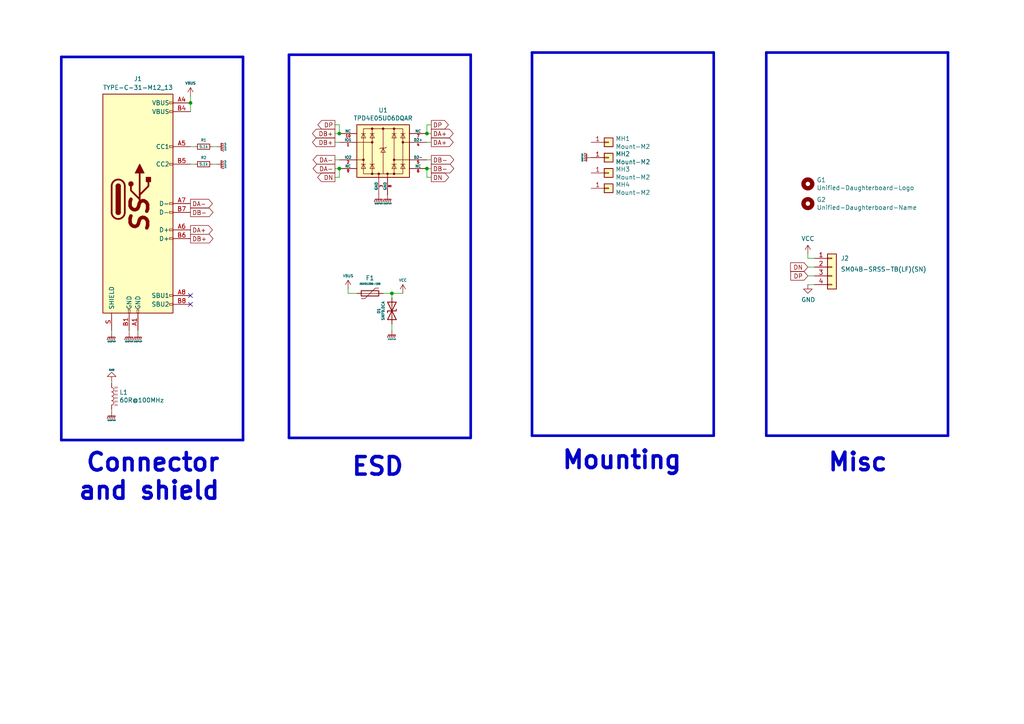
<source format=kicad_sch>
(kicad_sch (version 20230121) (generator eeschema)
  (paper "A4")
  (title_block (title "Unified Daughterboard") (date "2020-03-22") (rev "C3") (company "Designed by the keyboard community"))
  (lib_symbols
    (symbol "Connector_Generic:Conn_01x01" (pin_names (offset 1.016) hide)
      (property "Reference" "J" (at 0 2.54 0))
      (property "Value" "Conn_01x01" (at 0 -2.54 0))
      (symbol "Conn_01x01_1_1"
        (rectangle (start -1.27 0.127) (end 0 -0.127) (stroke (width 0.1524)))
        (rectangle (start -1.27 1.27) (end 1.27 -1.27) (stroke (width 0.254)) (fill (type background)))
        (pin passive line (at -5.08 0 0) (length 3.81) (name "Pin_1") (number "1"))
      )
    )
    (symbol "Connector_Generic:Conn_01x04" (pin_names (offset 1.016) hide)
      (property "Reference" "J" (at 0 5.08 0))
      (property "Value" "Conn_01x04" (at 0 -7.62 0))
      (symbol "Conn_01x04_1_1"
        (rectangle (start -1.27 -4.953) (end 0 -5.207) (stroke (width 0.1524)))
        (rectangle (start -1.27 -2.413) (end 0 -2.667) (stroke (width 0.1524)))
        (rectangle (start -1.27 0.127) (end 0 -0.127) (stroke (width 0.1524)))
        (rectangle (start -1.27 2.667) (end 0 2.413) (stroke (width 0.1524)))
        (rectangle (start -1.27 3.81) (end 1.27 -6.35) (stroke (width 0.254)) (fill (type background)))
        (pin passive line (at -5.08 2.54 0) (length 3.81) (name "Pin_1") (number "1"))
        (pin passive line (at -5.08 0 0) (length 3.81) (name "Pin_2") (number "2"))
        (pin passive line (at -5.08 -2.54 0) (length 3.81) (name "Pin_3") (number "3"))
        (pin passive line (at -5.08 -5.08 0) (length 3.81) (name "Pin_4") (number "4"))
      )
    )
    (symbol "Device:D_TVS" (pin_numbers hide) (pin_names (offset 1.016) hide)
      (property "Reference" "D" (at 0 2.54 0))
      (property "Value" "D_TVS" (at 0 -2.54 0))
      (symbol "D_TVS_0_1"
        (polyline (pts (xy 1.27 0) (xy -1.27 0)))
        (polyline (pts (xy 0.508 1.27) (xy 0 1.27) (xy 0 -1.27) (xy -0.508 -1.27)) (stroke (width 0.254)))
        (polyline (pts (xy -2.54 1.27) (xy -2.54 -1.27) (xy 2.54 1.27) (xy 2.54 -1.27) (xy -2.54 1.27)) (stroke (width 0.254)))
      )
      (symbol "D_TVS_1_1"
        (pin passive line (at -3.81 0 0) (length 2.54) (name "A1") (number "1"))
        (pin passive line (at 3.81 0 180) (length 2.54) (name "A2") (number "2"))
      )
    )
    (symbol "Device:Polyfuse" (pin_numbers hide) (pin_names (offset 0))
      (property "Reference" "F" (at -2.54 0 90))
      (property "Value" "Polyfuse" (at 2.54 0 90))
      (symbol "Polyfuse_0_1"
        (rectangle (start -0.762 2.54) (end 0.762 -2.54) (stroke (width 0.254)))
        (polyline (pts (xy 0 2.54) (xy 0 -2.54)))
        (polyline (pts (xy -1.524 2.54) (xy -1.524 1.524) (xy 1.524 -1.524) (xy 1.524 -2.54)))
      )
      (symbol "Polyfuse_1_1"
        (pin passive line (at 0 3.81 270) (length 1.27) (name "~") (number "1"))
        (pin passive line (at 0 -3.81 90) (length 1.27) (name "~") (number "2"))
      )
    )
    (symbol "Device:R_Small" (pin_numbers hide) (pin_names (offset 0.254) hide)
      (property "Reference" "R" (at 0.762 0.508 0))
      (property "Value" "R_Small" (at 0.762 -1.016 0))
      (symbol "R_Small_0_1"
        (rectangle (start -0.762 1.778) (end 0.762 -1.778) (stroke (width 0.2032)))
      )
      (symbol "R_Small_1_1"
        (pin passive line (at 0 2.54 270) (length 0.762) (name "~") (number "1"))
        (pin passive line (at 0 -2.54 90) (length 0.762) (name "~") (number "2"))
      )
    )
    (symbol "Mechanical:MountingHole" (pin_names (offset 1.016))
      (property "Reference" "H" (at 0 5.08 0))
      (property "Value" "MountingHole" (at 0 3.175 0))
      (symbol "MountingHole_0_1"
        (circle (center 0 0) (radius 1.27) (stroke (width 1.27)))
      )
    )
    (symbol "Unified-Daughterboard-rescue:L_Core_Ferrite-Device" (pin_numbers hide) (pin_names (offset 1.016) hide)
      (property "Reference" "L" (at -1.27 0 90))
      (property "Value" "Device_L_Core_Ferrite" (at 2.794 0 90))
      (symbol "L_Core_Ferrite-Device_0_1"
        (arc (start 0 -2.54) (mid 0.6323 -1.905) (end 0 -1.27))
        (arc (start 0 -1.27) (mid 0.6323 -0.635) (end 0 0))
        (polyline (pts (xy 1.016 -2.794) (xy 1.016 -2.286)))
        (polyline (pts (xy 1.016 -1.778) (xy 1.016 -1.27)))
        (polyline (pts (xy 1.016 -0.762) (xy 1.016 -0.254)))
        (polyline (pts (xy 1.016 0.254) (xy 1.016 0.762)))
        (polyline (pts (xy 1.016 1.27) (xy 1.016 1.778)))
        (polyline (pts (xy 1.016 2.286) (xy 1.016 2.794)))
        (polyline (pts (xy 1.524 -2.286) (xy 1.524 -2.794)))
        (polyline (pts (xy 1.524 -1.27) (xy 1.524 -1.778)))
        (polyline (pts (xy 1.524 -0.254) (xy 1.524 -0.762)))
        (polyline (pts (xy 1.524 0.762) (xy 1.524 0.254)))
        (polyline (pts (xy 1.524 1.778) (xy 1.524 1.27)))
        (polyline (pts (xy 1.524 2.794) (xy 1.524 2.286)))
        (arc (start 0 0) (mid 0.6323 0.635) (end 0 1.27))
        (arc (start 0 1.27) (mid 0.6323 1.905) (end 0 2.54))
      )
      (symbol "L_Core_Ferrite-Device_1_1"
        (pin passive line (at 0 3.81 270) (length 1.27) (name "1") (number "1"))
        (pin passive line (at 0 -3.81 90) (length 1.27) (name "2") (number "2"))
      )
    )
    (symbol "Unified-Daughterboard-rescue:TPD4E05U06DQAR-acheronSymbols" (pin_names (offset 0))
      (property "Reference" "U" (at 0 12.7 0))
      (property "Value" "acheronSymbols_TPD4E05U06DQAR" (at 0 10.16 0))
      (symbol "TPD4E05U06DQAR-acheronSymbols_0_0"
        (rectangle (start -5.715 6.477) (end 5.715 -6.604))
        (polyline (pts (xy -3.175 -6.604) (xy -3.175 6.477)))
        (polyline (pts (xy 0 6.477) (xy 0 -6.604)))
        (polyline (pts (xy 3.175 6.477) (xy 3.175 -6.604)))
      )
      (symbol "TPD4E05U06DQAR-acheronSymbols_0_1"
        (rectangle (start -7.62 7.62) (end 7.62 -7.62) (stroke (width 0.254)) (fill (type background)))
        (circle (center -5.715 -2.54) (radius 0.2794) (fill (type outline)))
        (circle (center -3.175 -6.604) (radius 0.2794) (fill (type outline)))
        (circle (center -3.175 2.54) (radius 0.2794) (fill (type outline)))
        (circle (center -3.175 6.477) (radius 0.2794) (fill (type outline)))
        (circle (center -1.27 -6.604) (radius 0.2794) (fill (type outline)))
        (polyline (pts (xy -7.747 2.54) (xy -3.175 2.54)))
        (polyline (pts (xy -7.62 -2.54) (xy -5.715 -2.54)))
        (polyline (pts (xy -5.08 -3.81) (xy -6.35 -3.81)))
        (polyline (pts (xy -5.08 5.08) (xy -6.35 5.08)))
        (polyline (pts (xy -2.54 -3.81) (xy -3.81 -3.81)))
        (polyline (pts (xy -2.54 5.08) (xy -3.81 5.08)))
        (polyline (pts (xy -1.27 -6.604) (xy -1.27 -7.62)))
        (polyline (pts (xy -0.635 0.889) (xy -1.016 0.635)))
        (polyline (pts (xy 0.635 0.889) (xy -0.635 0.889)))
        (polyline (pts (xy 0.635 0.889) (xy 1.016 1.143)))
        (polyline (pts (xy 3.81 -3.81) (xy 2.54 -3.81)))
        (polyline (pts (xy 3.81 5.08) (xy 2.54 5.08)))
        (polyline (pts (xy 6.35 -3.81) (xy 5.08 -3.81)))
        (polyline (pts (xy 6.35 5.08) (xy 5.08 5.08)))
        (polyline (pts (xy 7.62 -2.54) (xy 3.175 -2.54)))
        (polyline (pts (xy 7.62 2.54) (xy 5.715 2.54)))
        (polyline (pts (xy -5.08 -5.08) (xy -6.35 -5.08) (xy -5.715 -3.81) (xy -5.08 -5.08)))
        (polyline (pts (xy -5.08 3.81) (xy -6.35 3.81) (xy -5.715 5.08) (xy -5.08 3.81)))
        (polyline (pts (xy -2.54 -5.08) (xy -3.81 -5.08) (xy -3.175 -3.81) (xy -2.54 -5.08)))
        (polyline (pts (xy -2.54 3.81) (xy -3.81 3.81) (xy -3.175 5.08) (xy -2.54 3.81)))
        (polyline (pts (xy 0.635 -0.381) (xy -0.635 -0.381) (xy 0 0.889) (xy 0.635 -0.381)))
        (polyline (pts (xy 3.81 -5.08) (xy 2.54 -5.08) (xy 3.175 -3.81) (xy 3.81 -5.08)))
        (polyline (pts (xy 3.81 3.81) (xy 2.54 3.81) (xy 3.175 5.08) (xy 3.81 3.81)))
        (polyline (pts (xy 6.35 -5.08) (xy 5.08 -5.08) (xy 5.715 -3.81) (xy 6.35 -5.08)))
        (polyline (pts (xy 6.35 3.81) (xy 5.08 3.81) (xy 5.715 5.08) (xy 6.35 3.81)))
        (circle (center 0 6.477) (radius 0.2794) (fill (type outline)))
        (circle (center 3.175 -6.604) (radius 0.2794) (fill (type outline)))
        (circle (center 3.175 -2.54) (radius 0.2794) (fill (type outline)))
        (circle (center 3.175 6.477) (radius 0.2794) (fill (type outline)))
        (circle (center 5.715 2.54) (radius 0.2794) (fill (type outline)))
      )
      (symbol "TPD4E05U06DQAR-acheronSymbols_1_1"
        (polyline (pts (xy 1.27 -6.604) (xy 1.27 -7.62)))
        (circle (center 1.27 -6.604) (radius 0.2794) (fill (type outline)))
        (pin bidirectional line (at -12.7 2.54 0) (length 5.08) (name "IO1") (number "1"))
        (pin bidirectional line (at -12.7 5.08 0) (length 5.08) (name "NC") (number "10"))
        (pin bidirectional line (at -12.7 -2.54 0) (length 5.08) (name "IO2") (number "2"))
        (pin power_in line (at -1.27 -12.7 90) (length 5.08) (name "GND") (number "3"))
        (pin bidirectional line (at 12.7 2.54 180) (length 5.08) (name "D2+") (number "4"))
        (pin bidirectional line (at 12.7 -2.54 180) (length 5.08) (name "D2-") (number "5"))
        (pin bidirectional line (at 12.7 -5.08 180) (length 5.08) (name "NC") (number "6"))
        (pin bidirectional line (at 12.7 5.08 180) (length 5.08) (name "NC") (number "7"))
        (pin power_in line (at 1.27 -12.7 90) (length 5.08) (name "GND") (number "8"))
        (pin bidirectional line (at -12.7 -5.08 0) (length 5.08) (name "NC") (number "9"))
      )
    )
    (symbol "Unified-Daughterboard-rescue:TYPE-C-31-M12_13-acheronSymbols" (pin_names (offset 1.016))
      (property "Reference" "J" (at -1.27 35.56 0))
      (property "Value" "acheronSymbols_TYPE-C-31-M12_13" (at 10.16 33.02 0))
      (symbol "TYPE-C-31-M12_13-acheronSymbols_0_0"
        (rectangle (start -0.254 -31.75) (end 0.254 -30.734))
        (rectangle (start 10.16 -28.956) (end 9.144 -29.464))
        (rectangle (start 10.16 -26.416) (end 9.144 -26.924))
        (rectangle (start 10.16 -9.906) (end 9.144 -10.414))
        (rectangle (start 10.16 -7.366) (end 9.144 -7.874))
        (rectangle (start 10.16 -2.286) (end 9.144 -2.794))
        (rectangle (start 10.16 0.254) (end 9.144 -0.254))
        (rectangle (start 10.16 11.684) (end 9.144 11.176))
        (rectangle (start 10.16 16.764) (end 9.144 16.256))
        (rectangle (start 10.16 29.464) (end 9.144 28.956))
        (text "SS" (at 0.508 -3.175 900) (effects (font (size 5.08 5.08) bold italic)))
      )
      (symbol "TYPE-C-31-M12_13-acheronSymbols_0_1"
        (rectangle (start -10.16 31.75) (end 10.16 -31.75) (stroke (width 0.254)) (fill (type background)))
        (arc (start -7.62 -2.54) (mid -5.715 -4.4367) (end -3.81 -2.54) (stroke (width 0.508)))
        (arc (start -6.35 -2.54) (mid -5.715 -3.1723) (end -5.08 -2.54) (stroke (width 0.254)))
        (arc (start -6.35 -2.54) (mid -5.715 -3.1723) (end -5.08 -2.54) (stroke (width 0.254)) (fill (type outline)))
        (rectangle (start -6.35 -2.54) (end -5.08 5.08) (stroke (width 0.254)) (fill (type outline)))
        (arc (start -5.08 5.08) (mid -5.715 5.7123) (end -6.35 5.08) (stroke (width 0.254)))
        (arc (start -5.08 5.08) (mid -5.715 5.7123) (end -6.35 5.08) (stroke (width 0.254)) (fill (type outline)))
        (arc (start -3.81 5.08) (mid -5.715 6.9767) (end -7.62 5.08) (stroke (width 0.508)))
        (circle (center -2.032 5.715) (radius 0.635) (stroke (width 0.254)) (fill (type outline)))
        (polyline (pts (xy -7.62 -2.54) (xy -7.62 5.08)) (stroke (width 0.508)))
        (polyline (pts (xy -3.81 5.08) (xy -3.81 -2.54)) (stroke (width 0.508)))
        (polyline (pts (xy 0.508 0) (xy 0.508 8.89)) (stroke (width 0.508)))
        (polyline (pts (xy 0.508 1.27) (xy -2.032 3.81) (xy -2.032 5.08)) (stroke (width 0.508)))
        (polyline (pts (xy 0.508 2.54) (xy 3.048 5.08) (xy 3.048 6.35)) (stroke (width 0.508)))
        (polyline (pts (xy -0.762 8.89) (xy 0.508 11.43) (xy 1.778 8.89) (xy -0.762 8.89)) (stroke (width 0.254)) (fill (type outline)))
        (rectangle (start 2.413 6.35) (end 3.683 7.62) (stroke (width 0.254)) (fill (type outline)))
      )
      (symbol "TYPE-C-31-M12_13-acheronSymbols_1_1"
        (rectangle (start -2.794 -31.75) (end -2.286 -30.734))
        (rectangle (start 10.16 26.924) (end 9.144 26.416))
        (pin power_out line (at 0 -36.83 90) (length 5.08) (name "GND") (number "A1"))
        (pin power_out line (at 15.24 29.21 180) (length 5.08) (name "VBUS") (number "A4"))
        (pin bidirectional line (at 15.24 16.51 180) (length 5.08) (name "CC1") (number "A5"))
        (pin bidirectional line (at 15.24 -7.62 180) (length 5.08) (name "D+") (number "A6"))
        (pin bidirectional line (at 15.24 0 180) (length 5.08) (name "D-") (number "A7"))
        (pin bidirectional line (at 15.24 -26.67 180) (length 5.08) (name "SBU1") (number "A8"))
        (pin power_out line (at -2.54 -36.83 90) (length 5.08) (name "GND") (number "B1"))
        (pin power_out line (at 15.24 26.67 180) (length 5.08) (name "VBUS") (number "B4"))
        (pin bidirectional line (at 15.24 11.43 180) (length 5.08) (name "CC2") (number "B5"))
        (pin bidirectional line (at 15.24 -10.16 180) (length 5.08) (name "D+") (number "B6"))
        (pin bidirectional line (at 15.24 -2.54 180) (length 5.08) (name "D-") (number "B7"))
        (pin bidirectional line (at 15.24 -29.21 180) (length 5.08) (name "SBU2") (number "B8"))
        (pin passive line (at -7.62 -36.83 90) (length 5.08) (name "SHIELD") (number "S"))
      )
    )
    (symbol "power:GND" (power) (pin_names (offset 0))
      (property "Value" "GND" (at 0 -3.81 0))
      (symbol "GND_0_1"
        (polyline (pts (xy 0 0) (xy 0 -1.27) (xy 1.27 -1.27) (xy 0 -2.54) (xy -1.27 -1.27) (xy 0 -1.27)))
      )
      (symbol "GND_1_1"
        (pin power_in line (at 0 0 270) (length 0) hide (name "GND") (number "1"))
      )
    )
    (symbol "power:GNDPWR" (power) (pin_names (offset 0))
      (property "Value" "GNDPWR" (at 0 -3.302 0))
      (symbol "GNDPWR_0_1"
        (polyline (pts (xy 0 -1.27) (xy 0 0)))
        (polyline (pts (xy -1.016 -1.27) (xy -1.27 -2.032) (xy -1.27 -2.032)) (stroke (width 0.2032)))
        (polyline (pts (xy -0.508 -1.27) (xy -0.762 -2.032) (xy -0.762 -2.032)) (stroke (width 0.2032)))
        (polyline (pts (xy 0 -1.27) (xy -0.254 -2.032) (xy -0.254 -2.032)) (stroke (width 0.2032)))
        (polyline (pts (xy 0.508 -1.27) (xy 0.254 -2.032) (xy 0.254 -2.032)) (stroke (width 0.2032)))
        (polyline (pts (xy 1.016 -1.27) (xy -1.016 -1.27) (xy -1.016 -1.27)) (stroke (width 0.2032)))
        (polyline (pts (xy 1.016 -1.27) (xy 0.762 -2.032) (xy 0.762 -2.032) (xy 0.762 -2.032)) (stroke (width 0.2032)))
      )
      (symbol "GNDPWR_1_1"
        (pin power_in line (at 0 0 270) (length 0) hide (name "GNDPWR") (number "1"))
      )
    )
    (symbol "power:VBUS" (power) (pin_names (offset 0))
      (property "Value" "VBUS" (at 0 3.81 0))
      (symbol "VBUS_0_1"
        (polyline (pts (xy -0.762 1.27) (xy 0 2.54)))
        (polyline (pts (xy 0 0) (xy 0 2.54)))
        (polyline (pts (xy 0 2.54) (xy 0.762 1.27)))
      )
      (symbol "VBUS_1_1"
        (pin power_in line (at 0 0 90) (length 0) hide (name "VBUS") (number "1"))
      )
    )
    (symbol "power:VCC" (power) (pin_names (offset 0))
      (property "Value" "VCC" (at 0 3.81 0))
      (symbol "VCC_0_1"
        (polyline (pts (xy -0.762 1.27) (xy 0 2.54)))
        (polyline (pts (xy 0 0) (xy 0 2.54)))
        (polyline (pts (xy 0 2.54) (xy 0.762 1.27)))
      )
      (symbol "VCC_1_1"
        (pin power_in line (at 0 0 90) (length 0) hide (name "VCC") (number "1"))
      )
    )
  )
  (junction (at 55.245 29.845))
  (junction (at 123.825 48.895))
  (junction (at 98.425 38.735))
  (junction (at 123.825 38.735))
  (junction (at 113.665 85.09))
  (junction (at 98.425 48.895))
  (no_connect (at 55.245 85.725))
  (no_connect (at 55.245 88.265))
  (wire (pts (xy 113.665 93.98) (xy 113.665 95.885)))
  (wire (pts (xy 111.125 85.09) (xy 113.665 85.09)))
  (wire (pts (xy 37.465 95.885) (xy 37.465 96.52)))
  (polyline (pts (xy 207.01 15.24) (xy 207.01 126.365)) (stroke (width 0.762)))
  (polyline (pts (xy 222.25 15.24) (xy 222.25 126.365)) (stroke (width 0.762)))
  (polyline (pts (xy 154.305 15.24) (xy 154.305 126.365)) (stroke (width 0.762)))
  (polyline (pts (xy 274.955 15.24) (xy 274.955 126.365)) (stroke (width 0.762)))
  (wire (pts (xy 123.825 51.435) (xy 125.095 51.435)))
  (polyline (pts (xy 222.25 15.24) (xy 274.955 15.24)) (stroke (width 0.762)))
  (wire (pts (xy 234.315 74.93) (xy 236.22 74.93)))
  (wire (pts (xy 123.825 41.275) (xy 125.095 41.275)))
  (wire (pts (xy 55.245 42.545) (xy 56.515 42.545)))
  (wire (pts (xy 123.825 38.735) (xy 125.095 38.735)))
  (polyline (pts (xy 83.82 15.875) (xy 136.525 15.875)) (stroke (width 0.762)))
  (wire (pts (xy 123.825 36.195) (xy 123.825 38.735)))
  (wire (pts (xy 234.315 73.66) (xy 234.315 74.93)))
  (wire (pts (xy 97.155 51.435) (xy 98.425 51.435)))
  (wire (pts (xy 234.315 80.01) (xy 236.22 80.01)))
  (polyline (pts (xy 17.78 16.51) (xy 17.78 127.635)) (stroke (width 0.762)))
  (wire (pts (xy 113.665 85.09) (xy 113.665 86.36)))
  (wire (pts (xy 100.965 85.09) (xy 103.505 85.09)))
  (wire (pts (xy 236.22 77.47) (xy 234.315 77.47)))
  (wire (pts (xy 97.155 38.735) (xy 98.425 38.735)))
  (polyline (pts (xy 70.485 16.51) (xy 70.485 127.635)) (stroke (width 0.762)))
  (wire (pts (xy 97.155 46.355) (xy 98.425 46.355)))
  (polyline (pts (xy 136.525 15.875) (xy 136.525 127)) (stroke (width 0.762)))
  (wire (pts (xy 32.385 118.745) (xy 32.385 119.38)))
  (wire (pts (xy 98.425 36.195) (xy 98.425 38.735)))
  (wire (pts (xy 123.825 48.895) (xy 125.095 48.895)))
  (wire (pts (xy 55.245 29.845) (xy 55.245 32.385)))
  (wire (pts (xy 61.595 47.625) (xy 62.865 47.625)))
  (wire (pts (xy 123.825 46.355) (xy 125.095 46.355)))
  (wire (pts (xy 61.595 42.545) (xy 62.865 42.545)))
  (wire (pts (xy 98.425 51.435) (xy 98.425 48.895)))
  (polyline (pts (xy 70.485 127.635) (xy 17.78 127.635)) (stroke (width 0.762)))
  (polyline (pts (xy 136.525 127) (xy 83.82 127)) (stroke (width 0.762)))
  (wire (pts (xy 55.245 27.94) (xy 55.245 29.845)))
  (polyline (pts (xy 207.01 126.365) (xy 154.305 126.365)) (stroke (width 0.762)))
  (wire (pts (xy 234.315 82.55) (xy 236.22 82.55)))
  (wire (pts (xy 32.385 110.49) (xy 32.385 111.125)))
  (wire (pts (xy 40.005 95.885) (xy 40.005 96.52)))
  (wire (pts (xy 113.665 85.09) (xy 116.84 85.09)))
  (wire (pts (xy 125.095 36.195) (xy 123.825 36.195)))
  (wire (pts (xy 100.965 83.82) (xy 100.965 85.09)))
  (polyline (pts (xy 274.955 126.365) (xy 222.25 126.365)) (stroke (width 0.762)))
  (wire (pts (xy 32.385 95.885) (xy 32.385 96.52)))
  (wire (pts (xy 97.155 36.195) (xy 98.425 36.195)))
  (polyline (pts (xy 83.82 15.875) (xy 83.82 127)) (stroke (width 0.762)))
  (polyline (pts (xy 17.78 16.51) (xy 70.485 16.51)) (stroke (width 0.762)))
  (polyline (pts (xy 154.305 15.24) (xy 207.01 15.24)) (stroke (width 0.762)))
  (wire (pts (xy 123.825 48.895) (xy 123.825 51.435)))
  (wire (pts (xy 55.245 47.625) (xy 56.515 47.625)))
  (wire (pts (xy 97.155 41.275) (xy 98.425 41.275)))
  (wire (pts (xy 97.155 48.895) (xy 98.425 48.895)))
  (text "Misc" (at 257.81 137.16 0) (effects (font (size 5.08 5.08) (thickness 1.016) bold) (justify right bottom)))
  (text "Mounting" (at 198.12 136.525 0) (effects (font (size 5.08 5.08) (thickness 1.016) bold) (justify right bottom)))
  (text "Connector\nand shield" (at 64.135 145.415 0) (effects (font (size 5.08 5.08) (thickness 1.016) bold) (justify right bottom)))
  (text "ESD" (at 117.475 138.43 0) (effects (font (size 5.08 5.08) (thickness 1.016) bold) (justify right bottom)))
  (global_label "DA+" (shape output) (at 125.095 41.275 0) (property "Intersheetrefs" "${INTERSHEET_REFS}" (effects hide)))
  (global_label "DA-" (shape output) (at 97.155 48.895 180) (property "Intersheetrefs" "${INTERSHEET_REFS}" (effects hide)))
  (global_label "DA+" (shape output) (at 55.245 66.675 0) (property "Intersheetrefs" "${INTERSHEET_REFS}" (effects hide)))
  (global_label "DB-" (shape output) (at 125.095 46.355 0) (property "Intersheetrefs" "${INTERSHEET_REFS}" (effects hide)))
  (global_label "DB+" (shape output) (at 55.245 69.215 0) (property "Intersheetrefs" "${INTERSHEET_REFS}" (effects hide)))
  (global_label "DP" (shape output) (at 97.155 36.195 180) (property "Intersheetrefs" "${INTERSHEET_REFS}" (effects hide)))
  (global_label "DP" (shape output) (at 125.095 36.195 0) (property "Intersheetrefs" "${INTERSHEET_REFS}" (effects hide)))
  (global_label "DB-" (shape output) (at 125.095 48.895 0) (property "Intersheetrefs" "${INTERSHEET_REFS}" (effects hide)))
  (global_label "DA+" (shape output) (at 125.095 38.735 0) (property "Intersheetrefs" "${INTERSHEET_REFS}" (effects hide)))
  (global_label "DN" (shape output) (at 125.095 51.435 0) (property "Intersheetrefs" "${INTERSHEET_REFS}" (effects hide)))
  (global_label "DB+" (shape output) (at 97.155 38.735 180) (property "Intersheetrefs" "${INTERSHEET_REFS}" (effects hide)))
  (global_label "DA-" (shape output) (at 55.245 59.055 0) (property "Intersheetrefs" "${INTERSHEET_REFS}" (effects hide)))
  (global_label "DP" (shape input) (at 234.315 80.01 180) (property "Intersheetrefs" "${INTERSHEET_REFS}" (effects hide)))
  (global_label "DN" (shape input) (at 234.315 77.47 180) (property "Intersheetrefs" "${INTERSHEET_REFS}" (effects hide)))
  (global_label "DN" (shape output) (at 97.155 51.435 180) (property "Intersheetrefs" "${INTERSHEET_REFS}" (effects hide)))
  (global_label "DB+" (shape output) (at 97.155 41.275 180) (property "Intersheetrefs" "${INTERSHEET_REFS}" (effects hide)))
  (global_label "DB-" (shape output) (at 55.245 61.595 0) (property "Intersheetrefs" "${INTERSHEET_REFS}" (effects hide)))
  (global_label "DA-" (shape output) (at 97.155 46.355 180) (property "Intersheetrefs" "${INTERSHEET_REFS}" (effects hide)))
  (symbol (lib_id "Connector_Generic:Conn_01x04") (at 241.3 77.47 0) (unit 1)
    (property "Reference" "J2" (at 243.84 74.93 0) (effects (justify left)))
    (property "Value" "SM04B-SRSS-TB(LF)(SN)" (at 243.84 78.105 0) (effects (justify left)))
    (property "Footprint" "random-keyboard-parts:JST-SR-4" (effects hide))
    (property "Manufacturer" "JST Sales America" (effects hide))
    (property "Manufacturer Part No" "SM04B-SRSS-TB(LF)(SN)" (effects hide))
    (property "LCSC Part No" "C160404" (effects hide))
  )
  (symbol (lib_id "Device:R_Small") (at 59.055 42.545 90) (unit 1)
    (property "Reference" "R1" (at 59.055 40.64 90) (effects (font (size 0.762 0.762))))
    (property "Value" "5.1k" (at 59.055 42.545 90) (effects (font (size 0.762 0.762))))
    (property "Footprint" "Resistors_SMD:R_0603" (effects hide))
    (property "Package" "R0603" (effects hide))
  )
  (symbol (lib_id "Device:R_Small") (at 59.055 47.625 90) (unit 1)
    (property "Reference" "R2" (at 59.055 45.72 90) (effects (font (size 0.762 0.762))))
    (property "Value" "5.1k" (at 59.055 47.625 90) (effects (font (size 0.762 0.762))))
    (property "Footprint" "Resistors_SMD:R_0603" (effects hide))
    (property "Package" "R0603" (effects hide))
  )
  (symbol (lib_id "power:GND") (at 234.315 82.55 0) (unit 1)
    (property "Reference" "#PWR0104" (effects hide))
    (property "Value" "GND" (at 234.442 86.9442 0))
  )
  (symbol (lib_id "Connector_Generic:Conn_01x01") (at 176.53 41.275 0) (unit 1)
    (property "Reference" "MH1" (at 178.5366 40.2082 0) (effects (justify left)))
    (property "Value" "Mount-M2" (at 178.5366 42.5196 0) (effects (justify left)))
    (property "Footprint" "random-keyboard-parts:Generic-Mounthole" (effects hide))
  )
  (symbol (lib_id "Connector_Generic:Conn_01x01") (at 176.53 45.72 0) (unit 1)
    (property "Reference" "MH2" (at 178.5366 44.6532 0) (effects (justify left)))
    (property "Value" "Mount-M2" (at 178.5366 46.9646 0) (effects (justify left)))
    (property "Footprint" "random-keyboard-parts:Generic-Mounthole" (effects hide))
  )
  (symbol (lib_id "Connector_Generic:Conn_01x01") (at 176.53 50.165 0) (unit 1)
    (property "Reference" "MH3" (at 178.5366 49.0982 0) (effects (justify left)))
    (property "Value" "Mount-M2" (at 178.5366 51.4096 0) (effects (justify left)))
    (property "Footprint" "random-keyboard-parts:Generic-Mounthole" (effects hide))
  )
  (symbol (lib_id "Connector_Generic:Conn_01x01") (at 176.53 54.61 0) (unit 1)
    (property "Reference" "MH4" (at 178.5366 53.5432 0) (effects (justify left)))
    (property "Value" "Mount-M2" (at 178.5366 55.8546 0) (effects (justify left)))
    (property "Footprint" "random-keyboard-parts:Generic-Mounthole" (effects hide))
  )
  (symbol (lib_id "Device:D_TVS") (at 113.665 90.17 270) (mirror x) (unit 1)
    (property "Reference" "D1" (at 109.855 90.17 0) (effects (font (size 0.762 0.762))))
    (property "Value" "SMF9.0CA" (at 111.125 90.17 0) (effects (font (size 0.762 0.762))))
    (property "Footprint" "acheron_Components:D_SOD-123_Bidirectional" (effects hide))
    (property "Package" "SOD-123F-B" (effects hide))
    (property "Manufacturer" "Microdiode Electronics" (effects hide))
    (property "Manufacturer Part No" "SMF9.0CA" (effects hide))
    (property "LCSC Part No" "C123799" (effects hide))
  )
  (symbol (lib_id "Unified-Daughterboard-rescue:TYPE-C-31-M12_13-acheronSymbols") (at 40.005 59.055 0) (unit 1)
    (property "Reference" "J1" (at 40.005 22.86 0))
    (property "Value" "TYPE-C-31-M12_13" (at 40.005 25.4 0))
    (property "Footprint" "acheron_Connectors:TYPE-C-31-M-12" (effects hide))
    (property "Manufacturer" "Korean Hroparts" (effects hide))
    (property "Manufacturer Part No" "TYPE-C-31-M-12" (effects hide))
    (property "LCSC Part No" "C165948" (effects hide))
  )
  (symbol (lib_id "power:GNDPWR") (at 32.385 96.52 0) (unit 1)
    (property "Reference" "#PWR0106" (effects hide))
    (property "Value" "GNDPWR" (at 32.385 99.06 0) (effects (font (size 0.381 0.381))))
  )
  (symbol (lib_id "power:GNDPWR") (at 37.465 96.52 0) (unit 1)
    (property "Reference" "#PWR0107" (effects hide))
    (property "Value" "GNDPWR" (at 37.465 99.06 0) (effects (font (size 0.381 0.381))))
  )
  (symbol (lib_id "power:VBUS") (at 55.245 27.94 0) (unit 1)
    (property "Reference" "#PWR0113" (effects hide))
    (property "Value" "VBUS" (at 55.245 24.13 0) (effects (font (size 0.762 0.762))))
  )
  (symbol (lib_id "power:GNDPWR") (at 40.005 96.52 0) (unit 1)
    (property "Reference" "#PWR0105" (effects hide))
    (property "Value" "GNDPWR" (at 40.005 99.06 0) (effects (font (size 0.381 0.381))))
  )
  (symbol (lib_id "Mechanical:MountingHole") (at 234.315 59.055 0) (unit 1)
    (property "Reference" "G2" (at 236.855 57.912 0) (effects (justify left)))
    (property "Value" "Unified-Daughterboard-Name" (at 236.855 60.198 0) (effects (justify left)))
    (property "Footprint" "Unified-Daughterboard-Logo:Unified-Daughterboard-Name.pretty" (effects hide))
  )
  (symbol (lib_id "power:GNDPWR") (at 62.865 42.545 90) (unit 1)
    (property "Reference" "#PWR0102" (effects hide))
    (property "Value" "GNDPWR" (at 65.405 42.545 0) (effects (font (size 0.381 0.381))))
  )
  (symbol (lib_id "power:GNDPWR") (at 62.865 47.625 90) (unit 1)
    (property "Reference" "#PWR0101" (effects hide))
    (property "Value" "GNDPWR" (at 65.405 47.625 0) (effects (font (size 0.381 0.381))))
  )
  (symbol (lib_id "power:GNDPWR") (at 171.45 45.72 270) (unit 1)
    (property "Reference" "#PWR0110" (effects hide))
    (property "Value" "GNDPWR" (at 168.91 45.72 0) (effects (font (size 0.381 0.381))))
  )
  (symbol (lib_id "Unified-Daughterboard-rescue:TPD4E05U06DQAR-acheronSymbols") (at 111.125 43.815 0) (unit 1)
    (property "Reference" "U1" (at 111.125 31.9786 0))
    (property "Value" "TPD4E05U06DQAR" (at 111.125 34.29 0))
    (property "Footprint" "acheron_Components:USON-10_2.5x1.0mm_P0.5mm" (effects hide))
    (property "Manufacturer" "Texas Instruments" (effects hide))
    (property "Manufacturer Part No" "TPD4E05U06DQAR" (effects hide))
    (property "LCSC Part No" "C138714" (effects hide))
    (property "Package" "uSON-10" (effects hide))
  )
  (symbol (lib_id "power:GNDPWR") (at 113.665 95.885 0) (unit 1)
    (property "Reference" "#PWR0114" (effects hide))
    (property "Value" "GNDPWR" (at 113.665 98.425 0) (effects (font (size 0.381 0.381))))
  )
  (symbol (lib_id "power:VBUS") (at 100.965 83.82 0) (unit 1)
    (property "Reference" "#PWR0115" (effects hide))
    (property "Value" "VBUS" (at 100.965 80.01 0) (effects (font (size 0.762 0.762))))
  )
  (symbol (lib_id "Device:Polyfuse") (at 107.315 85.09 90) (unit 1)
    (property "Reference" "F1" (at 107.315 80.645 90))
    (property "Value" "ASMD1206-150" (at 107.315 82.3214 90) (effects (font (size 0.508 0.508))))
    (property "Footprint" "Fuse:Fuse_1206_3216Metric" (effects hide))
    (property "Manufacturer" "Shenzhen JDT Fuse" (effects hide))
    (property "Manufacturer Part No" "ASMD1206-150" (effects hide))
    (property "LCSC Part No" "C135342" (effects hide))
    (property "Package" "F1206" (effects hide))
  )
  (symbol (lib_id "power:GNDPWR") (at 109.855 56.515 0) (unit 1)
    (property "Reference" "#PWR0111" (effects hide))
    (property "Value" "GNDPWR" (at 109.855 59.055 0) (effects (font (size 0.381 0.381))))
  )
  (symbol (lib_id "power:VCC") (at 116.84 85.09 0) (unit 1)
    (property "Reference" "#PWR0119" (effects hide))
    (property "Value" "VCC" (at 116.84 81.28 0) (effects (font (size 0.762 0.762))))
  )
  (symbol (lib_id "power:GNDPWR") (at 112.395 56.515 0) (unit 1)
    (property "Reference" "#PWR0112" (effects hide))
    (property "Value" "GNDPWR" (at 112.395 59.055 0) (effects (font (size 0.381 0.381))))
  )
  (symbol (lib_id "power:VCC") (at 234.315 73.66 0) (unit 1)
    (property "Reference" "#PWR0103" (effects hide))
    (property "Value" "VCC" (at 234.315 69.215 0))
  )
  (symbol (lib_id "Unified-Daughterboard-rescue:L_Core_Ferrite-Device") (at 32.385 114.935 0) (unit 1)
    (property "Reference" "L1" (at 34.6202 113.792 0) (effects (justify left)))
    (property "Value" "60R@100MHz" (at 34.6202 116.078 0) (effects (justify left)))
    (property "Footprint" "Inductor_SMD:L_1206_3216Metric" (effects hide))
    (property "Manufacturer" "MELED Industrial" (effects hide))
    (property "Manufacturer Part No" "MLB3216-600P4A(f)" (effects hide))
    (property "LCSC Part No" "C33600" (effects hide))
    (property "Package" "L1206" (effects hide))
  )
  (symbol (lib_id "Mechanical:MountingHole") (at 234.315 53.34 0) (unit 1)
    (property "Reference" "G1" (at 236.855 52.197 0) (effects (justify left)))
    (property "Value" "Unified-Daughterboard-Logo" (at 236.855 54.483 0) (effects (justify left)))
    (property "Footprint" "Unified-Daughterboard-Logo:Unified-Daughterboard-Logo.pretty" (effects hide))
  )
  (symbol (lib_id "power:GNDPWR") (at 32.385 119.38 0) (unit 1)
    (property "Reference" "#PWR0108" (effects hide))
    (property "Value" "GNDPWR" (at 32.385 121.92 0) (effects (font (size 0.381 0.381))))
  )
  (symbol (lib_id "power:GND") (at 32.385 110.49 180) (unit 1)
    (property "Reference" "#PWR0109" (effects hide))
    (property "Value" "GND" (at 32.385 107.315 0) (effects (font (size 0.508 0.508))))
  )
)
</source>
